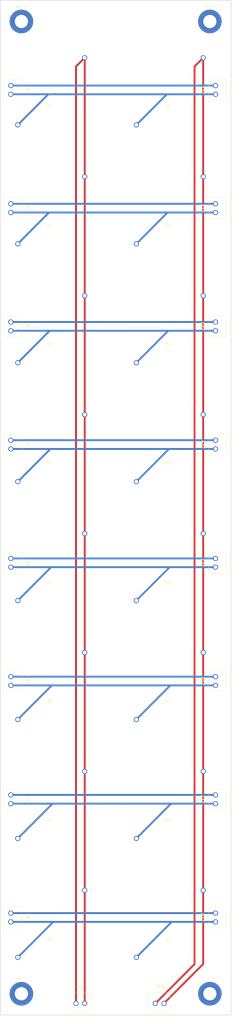
<source format=kicad_pcb>
(kicad_pcb (version 20211014) (generator pcbnew)
  (layers (0 "F.Cu" signal) (31 "B.Cu" signal) (34 "B.Paste" user) (35 "F.Paste" user) (36 "B.SilkS" user "B.Silkscreen") (37 "F.SilkS" user "F.Silkscreen") (38 "B.Mask" user) (39 "F.Mask" user) (44 "Edge.Cuts" user))
  (net 0 "")
  (net 1 "Net-(J1-Pad1)")
  (net 2 "Net-(J1-Pad2)")
  (net 3 "Net-(J12-Pad2)")
  (net 4 "Net-(J13-Pad2)")
  (net 5 "Net-(J14-Pad2)")
  (net 6 "Net-(J15-Pad2)")
  (net 7 "Net-(J16-Pad2)")
  (net 8 "Net-(J17-Pad1)")
  (net 9 "Net-(J17-Pad2)")
  (net 10 "Net-(J10-Pad1)")
  (net 11 "Net-(J18-Pad1)")
  (net 12 "Net-(J12-Pad1)")
  (net 13 "Net-(J13-Pad1)")
  (net 14 "Net-(J14-Pad1)")
  (net 15 "Net-(J15-Pad1)")
  (net 16 "Net-(J16-Pad1)")
  (net 17 "Net-(J18-Pad2)")
  (net 18 "Net-(J9-Pad1)")
  (footprint "OQ0212500000G:OQ0212500000G" (layer "F.Cu") (at 110.7844 248.680512 -90)
    (fp_text reference "J15" (at 1.7526 5.2324 -90) (layer "F.SilkS") (effects (font (size 1.27 1.27) (thickness 0.254))))
    (fp_text value "OQ0212500000G" hide)
    (fp_line (start -2.45 -4.4) (end 5.95 -4.4) (layer "F.SilkS") (width 0.1))
    (fp_line (start 5.95 2.8) (end -2.45 2.8) (layer "F.SilkS") (width 0.1))
    (fp_line (start 5.95 -4.4) (end 5.95 2.8) (layer "F.SilkS") (width 0.1))
    (fp_line (start -2.45 2.8) (end -2.45 -4.4) (layer "F.SilkS") (width 0.1))
    (pad "1" thru_hole circle (at 0 0 270) (size 2.1 2.1) (drill 1.4) (layers F&B.Cu *.Mask) (net 15 "Net-(J15-Pad1)"))
    (pad "2" thru_hole circle (at 3.5 0 270) (size 2.1 2.1) (drill 1.4) (layers F&B.Cu *.Mask) (net 6 "Net-(J15-Pad2)"))
  )
  (footprint "OQ0212500000G:OQ0212500000G" (layer "F.Cu") (at 28.5242 59.2836 -90)
    (fp_text reference "J1" (at 1.905 -7.0104 90) (layer "F.SilkS") (effects (font (size 1.27 1.27) (thickness 0.254))))
    (fp_text value "OQ0212500000G" hide)
    (fp_line (start -2.45 2.8) (end -2.45 -4.4) (layer "F.SilkS") (width 0.1))
    (fp_line (start -2.45 -4.4) (end 5.95 -4.4) (layer "F.SilkS") (width 0.1))
    (fp_line (start 5.95 2.8) (end -2.45 2.8) (layer "F.SilkS") (width 0.1))
    (fp_line (start 5.95 -4.4) (end 5.95 2.8) (layer "F.SilkS") (width 0.1))
    (pad "1" thru_hole circle (at 0 0 270) (size 2.1 2.1) (drill 1.4) (layers *.Cu *.Mask) (net 1 "Net-(J1-Pad1)"))
    (pad "2" thru_hole circle (at 3.5 0 270) (size 2.1 2.1) (drill 1.4) (layers *.Cu *.Mask) (net 2 "Net-(J1-Pad2)"))
  )
  (footprint "GP560_V03:GP560_V03" (layer "F.Cu") (at 31.34 170.2986)
    (fp_text reference "S3" (at 12.6746 -7.4676 unlocked) (layer "F.SilkS"))
    (fp_text value "GP560_V03")
    (pad "1" thru_hole circle (at 26.87 -26.87) (size 2.1 2.1) (drill 1.4) (layers *.Cu *.Mask) (net 18 "Net-(J9-Pad1)"))
    (pad "2" thru_hole circle (at 0 0) (size 2.1 2.1) (drill 1.4) (layers *.Cu *.Mask) (net 4 "Net-(J13-Pad2)"))
  )
  (footprint "GP560_V03:GP560_V03" (layer "F.Cu") (at 78.97 360.8186)
    (fp_text reference "S15" (at 12.6746 -7.4676 unlocked) (layer "F.SilkS"))
    (fp_text value "GP560_V03")
    (pad "1" thru_hole circle (at 26.87 -26.87) (size 2.1 2.1) (drill 1.4) (layers *.Cu *.Mask) (net 10 "Net-(J10-Pad1)"))
    (pad "2" thru_hole circle (at 0 0) (size 2.1 2.1) (drill 1.4) (layers *.Cu *.Mask) (net 9 "Net-(J17-Pad2)"))
  )
  (footprint "GP560_V03:GP560_V03" (layer "F.Cu") (at 78.97 122.6686)
    (fp_text reference "S10" (at 12.6746 -7.4676 unlocked) (layer "F.SilkS"))
    (fp_text value "GP560_V03")
    (pad "1" thru_hole circle (at 26.87 -26.87) (size 2.1 2.1) (drill 1.4) (layers *.Cu *.Mask) (net 10 "Net-(J10-Pad1)"))
    (pad "2" thru_hole circle (at 0 0) (size 2.1 2.1) (drill 1.4) (layers *.Cu *.Mask) (net 3 "Net-(J12-Pad2)"))
  )
  (footprint "MountingHole:MountingHole_5.3mm_M5_ISO7380_Pad" (layer "F.Cu") (at 108.5024 33.6206)
    (fp_text reference "REF**" (at 0 -5.75) (layer "F.SilkS"))
    (fp_text value "MountingHole_5.3mm_M5_ISO7380_Pad" hide)
    (pad "1" thru_hole circle (at 0 0) (size 9.5 9.5) (drill 5.3) (layers F&B.Cu *.Mask))
  )
  (footprint "GP560_V03:GP560_V03" (layer "F.Cu") (at 31.34 408.4486)
    (fp_text reference "S8" (at 12.6746 -7.4676 unlocked) (layer "F.SilkS"))
    (fp_text value "GP560_V03")
    (pad "1" thru_hole circle (at 26.87 -26.87) (size 2.1 2.1) (drill 1.4) (layers *.Cu *.Mask) (net 18 "Net-(J9-Pad1)"))
    (pad "2" thru_hole circle (at 0 0) (size 2.1 2.1) (drill 1.4) (layers *.Cu *.Mask) (net 17 "Net-(J18-Pad2)"))
  )
  (footprint "OQ0212500000G:OQ0212500000G" (layer "F.Cu") (at 110.7844 153.982056 -90)
    (fp_text reference "J13" (at 1.7526 5.2324 -90) (layer "F.SilkS") (effects (font (size 1.27 1.27) (thickness 0.254))))
    (fp_text value "OQ0212500000G" hide)
    (fp_line (start -2.45 -4.4) (end 5.95 -4.4) (layer "F.SilkS") (width 0.1))
    (fp_line (start 5.95 -4.4) (end 5.95 2.8) (layer "F.SilkS") (width 0.1))
    (fp_line (start 5.95 2.8) (end -2.45 2.8) (layer "F.SilkS") (width 0.1))
    (fp_line (start -2.45 2.8) (end -2.45 -4.4) (layer "F.SilkS") (width 0.1))
    (pad "1" thru_hole circle (at 0 0 270) (size 2.1 2.1) (drill 1.4) (layers F&B.Cu *.Mask) (net 13 "Net-(J13-Pad1)"))
    (pad "2" thru_hole circle (at 3.5 0 270) (size 2.1 2.1) (drill 1.4) (layers F&B.Cu *.Mask) (net 4 "Net-(J13-Pad2)"))
  )
  (footprint "" (layer "F.Cu") (at 108.5024 423.0206)
    (fp_text reference "" (at 0 0) (layer "F.SilkS") (effects (font (size 1.27 1.27))))
    (fp_text value "" (at 0 0) (layer "F.SilkS") (effects (font (size 1.27 1.27))))
    (pad "1" thru_hole circle (at 0 0) (size 9.5 9.5) (drill 5.3) (layers F&B.Cu *.Mask))
  )
  (footprint "OQ0212500000G:OQ0212500000G" (layer "F.Cu") (at 110.7844 390.7282 -90)
    (fp_text reference "J18" (at 1.7526 5.2324 -90) (layer "F.SilkS") (effects (font (size 1.27 1.27) (thickness 0.254))))
    (fp_text value "OQ0212500000G" hide)
    (fp_line (start 5.95 -4.4) (end 5.95 2.8) (layer "F.SilkS") (width 0.1))
    (fp_line (start 5.95 2.8) (end -2.45 2.8) (layer "F.SilkS") (width 0.1))
    (fp_line (start -2.45 2.8) (end -2.45 -4.4) (layer "F.SilkS") (width 0.1))
    (fp_line (start -2.45 -4.4) (end 5.95 -4.4) (layer "F.SilkS") (width 0.1))
    (pad "1" thru_hole circle (at 0 0 270) (size 2.1 2.1) (drill 1.4) (layers F&B.Cu *.Mask) (net 11 "Net-(J18-Pad1)"))
    (pad "2" thru_hole circle (at 3.5 0 270) (size 2.1 2.1) (drill 1.4) (layers F&B.Cu *.Mask) (net 17 "Net-(J18-Pad2)"))
  )
  (footprint "MountingHole:MountingHole_5.3mm_M5_ISO7380_Pad" (layer "F.Cu") (at 32.7824 33.6206)
    (fp_text reference "REF**" (at 0 -5.75) (layer "F.SilkS"))
    (fp_text value "MountingHole_5.3mm_M5_ISO7380_Pad" hide)
    (pad "1" thru_hole circle (at 0 0) (size 9.5 9.5) (drill 5.3) (layers F&B.Cu *.Mask))
  )
  (footprint "OQ0212500000G:OQ0212500000G" (layer "F.Cu") (at 110.7844 59.2836 -90)
    (fp_text reference "J11" (at 1.7526 5.2324 -90) (layer "F.SilkS") (effects (font (size 1.27 1.27) (thickness 0.254))))
    (fp_text value "OQ0212500000G" hide)
    (fp_line (start 5.95 -4.4) (end 5.95 2.8) (layer "F.SilkS") (width 0.1))
    (fp_line (start -2.45 -4.4) (end 5.95 -4.4) (layer "F.SilkS") (width 0.1))
    (fp_line (start 5.95 2.8) (end -2.45 2.8) (layer "F.SilkS") (width 0.1))
    (fp_line (start -2.45 2.8) (end -2.45 -4.4) (layer "F.SilkS") (width 0.1))
    (pad "1" thru_hole circle (at 0 0 270) (size 2.1 2.1) (drill 1.4) (layers F&B.Cu *.Mask) (net 1 "Net-(J1-Pad1)"))
    (pad "2" thru_hole circle (at 3.5 0 270) (size 2.1 2.1) (drill 1.4) (layers F&B.Cu *.Mask) (net 2 "Net-(J1-Pad2)"))
  )
  (footprint "GP560_V03:GP560_V03" (layer "F.Cu") (at 78.97 313.1886)
    (fp_text reference "S14" (at 12.6746 -7.4676 unlocked) (layer "F.SilkS"))
    (fp_text value "GP560_V03")
    (pad "1" thru_hole circle (at 26.87 -26.87) (size 2.1 2.1) (drill 1.4) (layers *.Cu *.Mask) (net 10 "Net-(J10-Pad1)"))
    (pad "2" thru_hole circle (at 0 0) (size 2.1 2.1) (drill 1.4) (layers *.Cu *.Mask) (net 7 "Net-(J16-Pad2)"))
  )
  (footprint "GP560_V03:GP560_V03" (layer "F.Cu") (at 31.34 122.6686)
    (fp_text reference "S2" (at 12.6746 -7.4676 unlocked) (layer "F.SilkS"))
    (fp_text value "GP560_V03")
    (pad "1" thru_hole circle (at 26.87 -26.87) (size 2.1 2.1) (drill 1.4) (layers *.Cu *.Mask) (net 18 "Net-(J9-Pad1)"))
    (pad "2" thru_hole circle (at 0 0) (size 2.1 2.1) (drill 1.4) (layers *.Cu *.Mask) (net 3 "Net-(J12-Pad2)"))
  )
  (footprint "OQ0212500000G:OQ0212500000G" (layer "F.Cu") (at 28.5242 248.680512 -90)
    (fp_text reference "J5" (at 1.905 -7.0104 90) (layer "F.SilkS") (effects (font (size 1.27 1.27) (thickness 0.254))))
    (fp_text value "OQ0212500000G" hide)
    (fp_line (start 5.95 2.8) (end -2.45 2.8) (layer "F.SilkS") (width 0.1))
    (fp_line (start -2.45 -4.4) (end 5.95 -4.4) (layer "F.SilkS") (width 0.1))
    (fp_line (start 5.95 -4.4) (end 5.95 2.8) (layer "F.SilkS") (width 0.1))
    (fp_line (start -2.45 2.8) (end -2.45 -4.4) (layer "F.SilkS") (width 0.1))
    (pad "1" thru_hole circle (at 0 0 270) (size 2.1 2.1) (drill 1.4) (layers *.Cu *.Mask) (net 15 "Net-(J15-Pad1)"))
    (pad "2" thru_hole circle (at 3.5 0 270) (size 2.1 2.1) (drill 1.4) (layers *.Cu *.Mask) (net 6 "Net-(J15-Pad2)"))
  )
  (footprint "OQ0212500000G:OQ0212500000G" (layer "F.Cu") (at 110.7844 343.378968 -90)
    (fp_text reference "J17" (at 1.7526 5.2324 -90) (layer "F.SilkS") (effects (font (size 1.27 1.27) (thickness 0.254))))
    (fp_text value "OQ0212500000G" hide)
    (fp_line (start 5.95 2.8) (end -2.45 2.8) (layer "F.SilkS") (width 0.1))
    (fp_line (start -2.45 -4.4) (end 5.95 -4.4) (layer "F.SilkS") (width 0.1))
    (fp_line (start -2.45 2.8) (end -2.45 -4.4) (layer "F.SilkS") (width 0.1))
    (fp_line (start 5.95 -4.4) (end 5.95 2.8) (layer "F.SilkS") (width 0.1))
    (pad "1" thru_hole circle (at 0 0 270) (size 2.1 2.1) (drill 1.4) (layers F&B.Cu *.Mask) (net 8 "Net-(J17-Pad1)"))
    (pad "2" thru_hole circle (at 3.5 0 270) (size 2.1 2.1) (drill 1.4) (layers F&B.Cu *.Mask) (net 9 "Net-(J17-Pad2)"))
  )
  (footprint "GP560_V03:GP560_V03" (layer "F.Cu") (at 31.34 265.5586)
    (fp_text reference "S5" (at 12.6746 -7.4676 unlocked) (layer "F.SilkS"))
    (fp_text value "GP560_V03")
    (pad "1" thru_hole circle (at 26.87 -26.87) (size 2.1 2.1) (drill 1.4) (layers *.Cu *.Mask) (net 18 "Net-(J9-Pad1)"))
    (pad "2" thru_hole circle (at 0 0) (size 2.1 2.1) (drill 1.4) (layers *.Cu *.Mask) (net 6 "Net-(J15-Pad2)"))
  )
  (footprint "MountingHole:MountingHole_5.3mm_M5_ISO7380_Pad" (layer "F.Cu") (at 32.7824 423.0206)
    (fp_text reference "REF**" (at 0 -5.75) (layer "F.SilkS"))
    (fp_text value "MountingHole_5.3mm_M5_ISO7380_Pad" hide)
    (pad "1" thru_hole circle (at 0 0) (size 9.5 9.5) (drill 5.3) (layers *.Cu *.Mask))
  )
  (footprint "OQ0212500000G:OQ0212500000G" (layer "F.Cu") (at 28.5242 390.7282 -90)
    (fp_text reference "J8" (at 1.905 -7.0104 90) (layer "F.SilkS") (effects (font (size 1.27 1.27) (thickness 0.254))))
    (fp_text value "OQ0212500000G" hide)
    (fp_line (start 5.95 -4.4) (end 5.95 2.8) (layer "F.SilkS") (width 0.1))
    (fp_line (start 5.95 2.8) (end -2.45 2.8) (layer "F.SilkS") (width 0.1))
    (fp_line (start -2.45 -4.4) (end 5.95 -4.4) (layer "F.SilkS") (width 0.1))
    (fp_line (start -2.45 2.8) (end -2.45 -4.4) (layer "F.SilkS") (width 0.1))
    (pad "1" thru_hole circle (at 0 0 270) (size 2.1 2.1) (drill 1.4) (layers *.Cu *.Mask) (net 11 "Net-(J18-Pad1)"))
    (pad "2" thru_hole circle (at 3.5 0 270) (size 2.1 2.1) (drill 1.4) (layers *.Cu *.Mask) (net 17 "Net-(J18-Pad2)"))
  )
  (footprint "GP560_V03:GP560_V03" (layer "F.Cu") (at 78.97 170.2986)
    (fp_text reference "S11" (at 12.6746 -7.4676 unlocked) (layer "F.SilkS"))
    (fp_text value "GP560_V03")
    (pad "1" thru_hole circle (at 26.87 -26.87) (size 2.1 2.1) (drill 1.4) (layers *.Cu *.Mask) (net 10 "Net-(J10-Pad1)"))
    (pad "2" thru_hole circle (at 0 0) (size 2.1 2.1) (drill 1.4) (layers *.Cu *.Mask) (net 4 "Net-(J13-Pad2)"))
  )
  (footprint "GP560_V03:GP560_V03" (layer "F.Cu") (at 31.34 217.9286)
    (fp_text reference "S4" (at 12.6746 -7.4676 unlocked) (layer "F.SilkS"))
    (fp_text value "GP560_V03")
    (pad "1" thru_hole circle (at 26.87 -26.87) (size 2.1 2.1) (drill 1.4) (layers *.Cu *.Mask) (net 18 "Net-(J9-Pad1)"))
    (pad "2" thru_hole circle (at 0 0) (size 2.1 2.1) (drill 1.4) (layers *.Cu *.Mask) (net 5 "Net-(J14-Pad2)"))
  )
  (footprint "OQ0212500000G:OQ0212500000G" (layer "F.Cu") (at 86.5656 426.8596)
    (fp_text reference "J10" (at 1.7526 -6.769) (layer "F.SilkS") (effects (font (size 1.27 1.27) (thickness 0.254))))
    (fp_text value "OQ0212500000G" hide)
    (fp_line (start -2.45 -4.4) (end 5.95 -4.4) (layer "F.SilkS") (width 0.1))
    (fp_line (start 5.95 -4.4) (end 5.95 2.8) (layer "F.SilkS") (width 0.1))
    (fp_line (start 5.95 2.8) (end -2.45 2.8) (layer "F.SilkS") (width 0.1))
    (fp_line (start -2.45 2.8) (end -2.45 -4.4) (layer "F.SilkS") (width 0.1))
    (pad "1" thru_hole circle (at 0 0) (size 2.1 2.1) (drill 1.4) (layers *.Cu *.Mask) (net 10 "Net-(J10-Pad1)"))
    (pad "2" thru_hole circle (at 3.5 0) (size 2.1 2.1) (drill 1.4) (layers *.Cu *.Mask) (net 10 "Net-(J10-Pad1)"))
  )
  (footprint "OQ0212500000G:OQ0212500000G" (layer "F.Cu") (at 28.5242 153.982056 -90)
    (fp_text reference "J3" (at 1.905 -7.0104 90) (layer "F.SilkS") (effects (font (size 1.27 1.27) (thickness 0.254))))
    (fp_text value "OQ0212500000G" hide)
    (fp_line (start 5.95 -4.4) (end 5.95 2.8) (layer "F.SilkS") (width 0.1))
    (fp_line (start -2.45 2.8) (end -2.45 -4.4) (layer "F.SilkS") (width 0.1))
    (fp_line (start 5.95 2.8) (end -2.45 2.8) (layer "F.SilkS") (width 0.1))
    (fp_line (start -2.45 -4.4) (end 5.95 -4.4) (layer "F.SilkS") (width 0.1))
    (pad "1" thru_hole circle (at 0 0 270) (size 2.1 2.1) (drill 1.4) (layers *.Cu *.Mask) (net 13 "Net-(J13-Pad1)"))
    (pad "2" thru_hole circle (at 3.5 0 270) (size 2.1 2.1) (drill 1.4) (layers *.Cu *.Mask) (net 4 "Net-(J13-Pad2)"))
  )
  (footprint "OQ0212500000G:OQ0212500000G" (layer "F.Cu") (at 28.5242 343.378968 -90)
    (fp_text reference "J7" (at 1.905 -7.0104 90) (layer "F.SilkS") (effects (font (size 1.27 1.27) (thickness 0.254))))
    (fp_text value "OQ0212500000G" hide)
    (fp_line (start -2.45 -4.4) (end 5.95 -4.4) (layer "F.SilkS") (width 0.1))
    (fp_line (start 5.95 2.8) (end -2.45 2.8) (layer "F.SilkS") (width 0.1))
    (fp_line (start -2.45 2.8) (end -2.45 -4.4) (layer "F.SilkS") (width 0.1))
    (fp_line (start 5.95 -4.4) (end 5.95 2.8) (layer "F.SilkS") (width 0.1))
    (pad "1" thru_hole circle (at 0 0 270) (size 2.1 2.1) (drill 1.4) (layers *.Cu *.Mask) (net 8 "Net-(J17-Pad1)"))
    (pad "2" thru_hole circle (at 3.5 0 270) (size 2.1 2.1) (drill 1.4) (layers *.Cu *.Mask) (net 9 "Net-(J17-Pad2)"))
  )
  (footprint "OQ0212500000G:OQ0212500000G" (layer "F.Cu") (at 110.7844 296.02974 -90)
    (fp_text reference "J16" (at 1.7526 5.2324 -90) (layer "F.SilkS") (effects (font (size 1.27 1.27) (thickness 0.254))))
    (fp_text value "OQ0212500000G" hide)
    (fp_line (start 5.95 -4.4) (end 5.95 2.8) (layer "F.SilkS") (width 0.1))
    (fp_line (start -2.45 2.8) (end -2.45 -4.4) (layer "F.SilkS") (width 0.1))
    (fp_line (start -2.45 -4.4) (end 5.95 -4.4) (layer "F.SilkS") (width 0.1))
    (fp_line (start 5.95 2.8) (end -2.45 2.8) (layer "F.SilkS") (width 0.1))
    (pad "1" thru_hole circle (at 0 0 270) (size 2.1 2.1) (drill 1.4) (layers F&B.Cu *.Mask) (net 16 "Net-(J16-Pad1)"))
    (pad "2" thru_hole circle (at 3.5 0 270) (size 2.1 2.1) (drill 1.4) (layers F&B.Cu *.Mask) (net 7 "Net-(J16-Pad2)"))
  )
  (footprint "OQ0212500000G:OQ0212500000G" (layer "F.Cu") (at 28.5242 106.632828 -90)
    (fp_text reference "J2" (at 1.905 -7.0104 90) (layer "F.SilkS") (effects (font (size 1.27 1.27) (thickness 0.254))))
    (fp_text value "OQ0212500000G" hide)
    (fp_line (start -2.45 -4.4) (end 5.95 -4.4) (layer "F.SilkS") (width 0.1))
    (fp_line (start 5.95 2.8) (end -2.45 2.8) (layer "F.SilkS") (width 0.1))
    (fp_line (start 5.95 -4.4) (end 5.95 2.8) (layer "F.SilkS") (width 0.1))
    (fp_line (start -2.45 2.8) (end -2.45 -4.4) (layer "F.SilkS") (width 0.1))
    (pad "1" thru_hole circle (at 0 0 270) (size 2.1 2.1) (drill 1.4) (layers *.Cu *.Mask) (net 12 "Net-(J12-Pad1)"))
    (pad "2" thru_hole circle (at 3.5 0 270) (size 2.1 2.1) (drill 1.4) (layers *.Cu *.Mask) (net 3 "Net-(J12-Pad2)"))
  )
  (footprint "GP560_V03:GP560_V03" (layer "F.Cu") (at 31.34 313.1886)
    (fp_text reference "S6" (at 12.6746 -7.4676 unlocked) (layer "F.SilkS"))
    (fp_text value "GP560_V03")
    (pad "1" thru_hole circle (at 26.87 -26.87) (size 2.1 2.1) (drill 1.4) (layers *.Cu *.Mask) (net 18 "Net-(J9-Pad1)"))
    (pad "2" thru_hole circle (at 0 0) (size 2.1 2.1) (drill 1.4) (layers *.Cu *.Mask) (net 7 "Net-(J16-Pad2)"))
  )
  (footprint "GP560_V03:GP560_V03" (layer "F.Cu") (at 31.34 75.0386)
    (fp_text reference "S1" (at 12.6746 -7.4676 unlocked) (layer "F.SilkS"))
    (fp_text value "GP560_V03")
    (pad "1" thru_hole circle (at 26.87 -26.87) (size 2.1 2.1) (drill 1.4) (layers *.Cu *.Mask) (net 18 "Net-(J9-Pad1)"))
    (pad "2" thru_hole circle (at 0 0) (size 2.1 2.1) (drill 1.4) (layers *.Cu *.Mask) (net 2 "Net-(J1-Pad2)"))
  )
  (footprint "GP560_V03:GP560_V03" (layer "F.Cu") (at 78.97 75.0386)
    (fp_text reference "S9" (at 12.6746 -7.4676 unlocked) (layer "F.SilkS"))
    (fp_text value "GP560_V03")
    (pad "1" thru_hole circle (at 26.87 -26.87) (size 2.1 2.1) (drill 1.4) (layers *.Cu *.Mask) (net 10 "Net-(J10-Pad1)"))
    (pad "2" thru_hole circle (at 0 0) (size 2.1 2.1) (drill 1.4) (layers *.Cu *.Mask) (net 2 "Net-(J1-Pad2)"))
  )
  (footprint "OQ0212500000G:OQ0212500000G" (layer "F.Cu") (at 28.5242 296.02974 -90)
    (fp_text reference "J6" (at 1.905 -7.0104 90) (layer "F.SilkS") (effects (font (size 1.27 1.27) (thickness 0.254))))
    (fp_text value "OQ0212500000G" hide)
    (fp_line (start 5.95 2.8) (end -2.45 2.8) (layer "F.SilkS") (width 0.1))
    (fp_line (start -2.45 -4.4) (end 5.95 -4.4) (layer "F.SilkS") (width 0.1))
    (fp_line (start 5.95 -4.4) (end 5.95 2.8) (layer "F.SilkS") (width 0.1))
    (fp_line (start -2.45 2.8) (end -2.45 -4.4) (layer "F.SilkS") (width 0.1))
    (pad "1" thru_hole circle (at 0 0 270) (size 2.1 2.1) (drill 1.4) (layers *.Cu *.Mask) (net 16 "Net-(J16-Pad1)"))
    (pad "2" thru_hole circle (at 3.5 0 270) (size 2.1 2.1) (drill 1.4) (layers *.Cu *.Mask) (net 7 "Net-(J16-Pad2)"))
  )
  (footprint "GP560_V03:GP560_V03" (layer "F.Cu") (at 31.34 360.8186)
    (fp_text reference "S7" (at 12.6746 -7.4676 unlocked) (layer "F.SilkS"))
    (fp_text value "GP560_V03")
    (pad "1" thru_hole circle (at 26.87 -26.87) (size 2.1 2.1) (drill 1.4) (layers *.Cu *.Mask) (net 18 "Net-(J9-Pad1)"))
    (pad "2" thru_hole circle (at 0 0) (size 2.1 2.1) (drill 1.4) (layers *.Cu *.Mask) (net 9 "Net-(J17-Pad2)"))
  )
  (footprint "OQ0212500000G:OQ0212500000G" (layer "F.Cu") (at 54.7192 426.8596)
    (fp_text reference "J9" (at 1.75 -6.5912) (layer "F.SilkS") (effects (font (size 1.27 1.27) (thickness 0.254))))
    (fp_text value "OQ0212500000G" hide)
    (fp_line (start -2.45 -4.4) (end 5.95 -4.4) (layer "F.SilkS") (width 0.1))
    (fp_line (start -2.45 2.8) (end -2.45 -4.4) (layer "F.SilkS") (width 0.1))
    (fp_line (start 5.95 -4.4) (end 5.95 2.8) (layer "F.SilkS") (width 0.1))
    (fp_line (start 5.95 2.8) (end -2.45 2.8) (layer "F.SilkS") (width 0.1))
    (pad "1" thru_hole circle (at 0 0) (size 2.1 2.1) (drill 1.4) (layers *.Cu *.Mask) (net 18 "Net-(J9-Pad1)"))
    (pad "2" thru_hole circle (at 3.5 0) (size 2.1 2.1) (drill 1.4) (layers *.Cu *.Mask) (net 18 "Net-(J9-Pad1)"))
  )
  (footprint "OQ0212500000G:OQ0212500000G" (layer "F.Cu") (at 110.7844 106.632828 -90)
    (fp_text reference "J12" (at 1.7526 5.2324 -90) (layer "F.SilkS") (effects (font (size 1.27 1.27) (thickness 0.254))))
    (fp_text value "OQ0212500000G" hide)
    (fp_line (start 5.95 2.8) (end -2.45 2.8) (layer "F.SilkS") (width 0.1))
    (fp_line (start -2.45 -4.4) (end 5.95 -4.4) (layer "F.SilkS") (width 0.1))
    (fp_line (start -2.45 2.8) (end -2.45 -4.4) (layer "F.SilkS") (width 0.1))
    (fp_line (start 5.95 -4.4) (end 5.95 2.8) (layer "F.SilkS") (width 0.1))
    (pad "1" thru_hole circle (at 0 0 270) (size 2.1 2.1) (drill 1.4) (layers F&B.Cu *.Mask) (net 12 "Net-(J12-Pad1)"))
    (pad "2" thru_hole circle (at 3.5 0 270) (size 2.1 2.1) (drill 1.4) (layers F&B.Cu *.Mask) (net 3 "Net-(J12-Pad2)"))
  )
  (footprint "OQ0212500000G:OQ0212500000G" (layer "F.Cu") (at 110.7844 201.331284 -90)
    (fp_text reference "J14" (at 1.7526 5.2324 -90) (layer "F.SilkS") (effects (font (size 1.27 1.27) (thickness 0.254))))
    (fp_text value "OQ0212500000G" hide)
    (fp_line (start -2.45 2.8) (end -2.45 -4.4) (layer "F.SilkS") (width 0.1))
    (fp_line (start 5.95 -4.4) (end 5.95 2.8) (layer "F.SilkS") (width 0.1))
    (fp_line (start -2.45 -4.4) (end 5.95 -4.4) (layer "F.SilkS") (width 0.1))
    (fp_line (start 5.95 2.8) (end -2.45 2.8) (layer "F.SilkS") (width 0.1))
    (pad "1" thru_hole circle (at 0 0 270) (size 2.1 2.1) (drill 1.4) (layers F&B.Cu *.Mask) (net 14 "Net-(J14-Pad1)"))
    (pad "2" thru_hole circle (at 3.5 0 270) (size 2.1 2.1) (drill 1.4) (layers F&B.Cu *.Mask) (net 5 "Net-(J14-Pad2)"))
  )
  (footprint "GP560_V03:GP560_V03" (layer "F.Cu") (at 78.97 265.5586)
    (fp_text reference "S13" (at 12.6746 -7.4676 unlocked) (layer "F.SilkS"))
    (fp_text value "GP560_V03")
    (pad "1" thru_hole circle (at 26.87 -26.87) (size 2.1 2.1) (drill 1.4) (layers *.Cu *.Mask) (net 10 "Net-(J10-Pad1)"))
    (pad "2" thru_hole circle (at 0 0) (size 2.1 2.1) (drill 1.4) (layers *.Cu *.Mask) (net 6 "Net-(J15-Pad2)"))
  )
  (footprint "GP560_V03:GP560_V03" (layer "F.Cu") (at 78.97 408.4486)
    (fp_text reference "S16" (at 12.6746 -7.4676 unlocked) (layer "F.SilkS"))
    (fp_text value "GP560_V03")
    (pad "1" thru_hole circle (at 26.87 -26.87) (size 2.1 2.1) (drill 1.4) (layers *.Cu *.Mask) (net 10 "Net-(J10-Pad1)"))
    (pad "2" thru_hole circle (at 0 0) (size 2.1 2.1) (drill 1.4) (layers *.Cu *.Mask) (net 17 "Net-(J18-Pad2)"))
  )
  (footprint "OQ0212500000G:OQ0212500000G" (layer "F.Cu") (at 28.5242 201.331284 -90)
    (fp_text reference "J4" (at 1.905 -7.0104 90) (layer "F.SilkS") (effects (font (size 1.27 1.27) (thickness 0.254))))
    (fp_text value "OQ0212500000G" hide)
    (fp_line (start 5.95 2.8) (end -2.45 2.8) (layer "F.SilkS") (width 0.1))
    (fp_line (start -2.45 2.8) (end -2.45 -4.4) (layer "F.SilkS") (width 0.1))
    (fp_line (start 5.95 -4.4) (end 5.95 2.8) (layer "F.SilkS") (width 0.1))
    (fp_line (start -2.45 -4.4) (end 5.95 -4.4) (layer "F.SilkS") (width 0.1))
    (pad "1" thru_hole circle (at 0 0 270) (size 2.1 2.1) (drill 1.4) (layers *.Cu *.Mask) (net 14 "Net-(J14-Pad1)"))
    (pad "2" thru_hole circle (at 3.5 0 270) (size 2.1 2.1) (drill 1.4) (layers *.Cu *.Mask) (net 5 "Net-(J14-Pad2)"))
  )
  (footprint "GP560_V03:GP560_V03" (layer "F.Cu") (at 78.97 217.9286)
    (fp_text reference "S12" (at 12.6746 -7.4676 unlocked) (layer "F.SilkS"))
    (fp_text value "GP560_V03")
    (pad "1" thru_hole circle (at 26.87 -26.87) (size 2.1 2.1) (drill 1.4) (layers *.Cu *.Mask) (net 10 "Net-(J10-Pad1)"))
    (pad "2" thru_hole circle (at 0 0) (size 2.1 2.1) (drill 1.4) (layers *.Cu *.Mask) (net 5 "Net-(J14-Pad2)"))
  )
  (gr_rect (start 24.2824 431.5206) (end 117.0024 25.1206) (layer "Edge.Cuts") (width 0.2) (fill none))
  (segment (start 110.7844 59.2836) (end 28.5242 59.2836) (width 0.762) (layer "B.Cu") (net 1))
  (segment (start 43.595 62.7836) (end 43.6678 62.7836) (width 0.762) (layer "B.Cu") (net 2))
  (segment (start 78.97 75.0386) (end 91.225 62.7836) (width 0.762) (layer "B.Cu") (net 2))
  (segment (start 43.6678 62.7836) (end 64.4244 62.7836) (width 0.762) (layer "B.Cu") (net 2))
  (segment (start 31.34 75.0386) (end 43.595 62.7836) (width 0.762) (layer "B.Cu") (net 2))
  (segment (start 74.8842 62.7836) (end 64.4244 62.7836) (width 0.762) (layer "B.Cu") (net 2))
  (segment (start 28.5242 62.7836) (end 43.6678 62.7836) (width 0.762) (layer "B.Cu") (net 2))
  (segment (start 91.2978 62.7836) (end 110.7844 62.7836) (width 0.762) (layer "B.Cu") (net 2))
  (segment (start 74.8842 62.7836) (end 91.2978 62.7836) (width 0.762) (layer "B.Cu") (net 2))
  (segment (start 91.225 62.7836) (end 91.2978 62.7836) (width 0.762) (layer "B.Cu") (net 2))
  (segment (start 91.505772 110.132828) (end 91.573572 110.132828) (width 0.762) (layer "B.Cu") (net 3))
  (segment (start 110.7844 110.132828) (end 91.573572 110.132828) (width 0.762) (layer "B.Cu") (net 3))
  (segment (start 64.4244 110.132828) (end 43.943572 110.132828) (width 0.762) (layer "B.Cu") (net 3))
  (segment (start 43.943572 110.132828) (end 28.5242 110.132828) (width 0.762) (layer "B.Cu") (net 3))
  (segment (start 74.8842 110.132828) (end 64.4244 110.132828) (width 0.762) (layer "B.Cu") (net 3))
  (segment (start 31.34 122.6686) (end 43.875772 110.132828) (width 0.762) (layer "B.Cu") (net 3))
  (segment (start 43.875772 110.132828) (end 43.943572 110.132828) (width 0.762) (layer "B.Cu") (net 3))
  (segment (start 78.97 122.6686) (end 91.505772 110.132828) (width 0.762) (layer "B.Cu") (net 3))
  (segment (start 91.573572 110.132828) (end 74.8842 110.132828) (width 0.762) (layer "B.Cu") (net 3))
  (segment (start 110.7844 157.482056) (end 91.849344 157.482056) (width 0.762) (layer "B.Cu") (net 4))
  (segment (start 64.4244 157.482056) (end 44.219344 157.482056) (width 0.762) (layer "B.Cu") (net 4))
  (segment (start 91.786544 157.482056) (end 91.849344 157.482056) (width 0.762) (layer "B.Cu") (net 4))
  (segment (start 78.97 170.2986) (end 91.786544 157.482056) (width 0.762) (layer "B.Cu") (net 4))
  (segment (start 91.849344 157.482056) (end 74.8842 157.482056) (width 0.762) (layer "B.Cu") (net 4))
  (segment (start 31.34 170.2986) (end 44.156544 157.482056) (width 0.762) (layer "B.Cu") (net 4))
  (segment (start 64.4244 157.482056) (end 74.8842 157.482056) (width 0.762) (layer "B.Cu") (net 4))
  (segment (start 44.219344 157.482056) (end 28.5242 157.482056) (width 0.762) (layer "B.Cu") (net 4))
  (segment (start 44.156544 157.482056) (end 44.219344 157.482056) (width 0.762) (layer "B.Cu") (net 4))
  (segment (start 31.34 217.9286) (end 44.354084 204.914516) (width 0.762) (layer "B.Cu") (net 5))
  (segment (start 78.97 217.9286) (end 91.984084 204.914516) (width 0.762) (layer "B.Cu") (net 5))
  (segment (start 64.4244 204.831284) (end 44.354084 204.831284) (width 0.762) (layer "B.Cu") (net 5))
  (segment (start 44.354084 204.914516) (end 44.354084 204.831284) (width 0.762) (layer "B.Cu") (net 5))
  (segment (start 91.984084 204.914516) (end 91.984084 204.831284) (width 0.762) (layer "B.Cu") (net 5))
  (segment (start 91.984084 204.831284) (end 74.8842 204.831284) (width 0.762) (layer "B.Cu") (net 5))
  (segment (start 44.354084 204.831284) (end 28.5242 204.831284) (width 0.762) (layer "B.Cu") (net 5))
  (segment (start 74.8842 204.831284) (end 64.4244 204.831284) (width 0.762) (layer "B.Cu") (net 5))
  (segment (start 110.7844 204.831284) (end 91.984084 204.831284) (width 0.762) (layer "B.Cu") (net 5))
  (segment (start 92.350088 252.180512) (end 74.8842 252.180512) (width 0.762) (layer "B.Cu") (net 6))
  (segment (start 44.718088 252.180512) (end 44.720088 252.180512) (width 0.762) (layer "B.Cu") (net 6))
  (segment (start 110.7844 252.180512) (end 92.350088 252.180512) (width 0.762) (layer "B.Cu") (net 6))
  (segment (start 78.97 265.5586) (end 92.348088 252.180512) (width 0.762) (layer "B.Cu") (net 6))
  (segment (start 64.4244 252.180512) (end 44.720088 252.180512) (width 0.762) (layer "B.Cu") (net 6))
  (segment (start 74.8842 252.180512) (end 64.4244 252.180512) (width 0.762) (layer "B.Cu") (net 6))
  (segment (start 92.348088 252.180512) (end 92.350088 252.180512) (width 0.762) (layer "B.Cu") (net 6))
  (segment (start 31.34 265.5586) (end 44.718088 252.180512) (width 0.762) (layer "B.Cu") (net 6))
  (segment (start 44.720088 252.180512) (end 28.5242 252.180512) (width 0.762) (layer "B.Cu") (net 6))
  (segment (start 92.62886 299.52974) (end 92.77874 299.52974) (width 0.762) (layer "B.Cu") (net 7))
  (segment (start 44.99886 299.52974) (end 45.14874 299.52974) (width 0.762) (layer "B.Cu") (net 7))
  (segment (start 31.34 313.1886) (end 44.99886 299.52974) (width 0.762) (layer "B.Cu") (net 7))
  (segment (start 64.4244 299.52974) (end 45.14874 299.52974) (width 0.762) (layer "B.Cu") (net 7))
  (segment (start 74.8842 299.52974) (end 64.4244 299.52974) (width 0.762) (layer "B.Cu") (net 7))
  (segment (start 92.77874 299.52974) (end 74.8842 299.52974) (width 0.762) (layer "B.Cu") (net 7))
  (segment (start 78.97 313.1886) (end 92.62886 299.52974) (width 0.762) (layer "B.Cu") (net 7))
  (segment (start 45.14874 299.52974) (end 28.5242 299.52974) (width 0.762) (layer "B.Cu") (net 7))
  (segment (start 110.7844 299.52974) (end 92.77874 299.52974) (width 0.762) (layer "B.Cu") (net 7))
  (segment (start 28.5242 343.378968) (end 110.7844 343.378968) (width 0.762) (layer "B.Cu") (net 8))
  (segment (start 31.34 360.8186) (end 45.246232 346.912368) (width 0.762) (layer "B.Cu") (net 9))
  (segment (start 92.876232 346.878968) (end 74.8842 346.878968) (width 0.762) (layer "B.Cu") (net 9))
  (segment (start 110.7844 346.878968) (end 92.876232 346.878968) (width 0.762) (layer "B.Cu") (net 9))
  (segment (start 92.876232 346.912368) (end 92.876232 346.878968) (width 0.762) (layer "B.Cu") (net 9))
  (segment (start 78.97 360.8186) (end 92.876232 346.912368) (width 0.762) (layer "B.Cu") (net 9))
  (segment (start 74.8842 346.878968) (end 64.4244 346.878968) (width 0.762) (layer "B.Cu") (net 9))
  (segment (start 45.246232 346.878968) (end 28.5242 346.878968) (width 0.762) (layer "B.Cu") (net 9))
  (segment (start 64.4244 346.878968) (end 45.246232 346.878968) (width 0.762) (layer "B.Cu") (net 9))
  (segment (start 45.246232 346.912368) (end 45.246232 346.878968) (width 0.762) (layer "B.Cu") (net 9))
  (segment (start 105.84 411.0852) (end 105.84 48.1686) (width 0.762) (layer "F.Cu") (net 10))
  (segment (start 86.5656 426.8596) (end 86.6522 426.8596) (width 0.762) (layer "F.Cu") (net 10))
  (segment (start 90.0656 426.8596) (end 105.84 411.0852) (width 0.762) (layer "F.Cu") (net 10))
  (segment (start 102.3492 411.1626) (end 102.3492 51.6594) (width 0.762) (layer "F.Cu") (net 10))
  (segment (start 102.3492 51.6594) (end 105.84 48.1686) (width 0.762) (layer "F.Cu") (net 10))
  (segment (start 86.6522 426.8596) (end 102.3492 411.1626) (width 0.762) (layer "F.Cu") (net 10))
  (segment (start 28.5242 390.7282) (end 110.7844 390.7282) (width 0.762) (layer "B.Cu") (net 11))
  (segment (start 28.5242 106.632828) (end 110.7844 106.632828) (width 0.762) (layer "B.Cu") (net 12))
  (segment (start 28.5242 153.982056) (end 110.7844 153.982056) (width 0.762) (layer "B.Cu") (net 13))
  (segment (start 28.5242 201.331284) (end 110.7844 201.331284) (width 0.762) (layer "B.Cu") (net 14))
  (segment (start 28.5242 248.680512) (end 110.7844 248.680512) (width 0.762) (layer "B.Cu") (net 15))
  (segment (start 28.5242 296.02974) (end 110.7844 296.02974) (width 0.762) (layer "B.Cu") (net 16))
  (segment (start 74.8842 394.2282) (end 64.4244 394.2282) (width 0.762) (layer "B.Cu") (net 17))
  (segment (start 110.7844 394.2282) (end 93.0908 394.2282) (width 0.762) (layer "B.Cu") (net 17))
  (segment (start 31.34 408.4486) (end 45.4608 394.3278) (width 0.762) (layer "B.Cu") (net 17))
  (segment (start 45.4608 394.3278) (end 45.4608 394.2282) (width 0.762) (layer "B.Cu") (net 17))
  (segment (start 45.4608 394.2282) (end 28.5242 394.2282) (width 0.762) (layer "B.Cu") (net 17))
  (segment (start 93.0908 394.2282) (end 74.8842 394.2282) (width 0.762) (layer "B.Cu") (net 17))
  (segment (start 64.4244 394.2282) (end 45.4608 394.2282) (width 0.762) (layer "B.Cu") (net 17))
  (segment (start 78.97 408.4486) (end 93.0908 394.3278) (width 0.762) (layer "B.Cu") (net 17))
  (segment (start 93.0908 394.3278) (end 93.0908 394.2282) (width 0.762) (layer "B.Cu") (net 17))
  (segment (start 58.2192 48.1778) (end 58.21 48.1686) (width 0.762) (layer "F.Cu") (net 18))
  (segment (start 54.7192 51.6594) (end 58.21 48.1686) (width 0.762) (layer "F.Cu") (net 18))
  (segment (start 58.2192 426.8596) (end 58.2192 48.1778) (width 0.762) (layer "F.Cu") (net 18))
  (segment (start 54.7192 426.8596) (end 54.7192 51.6594) (width 0.762) (layer "F.Cu") (net 18))
)
</source>
